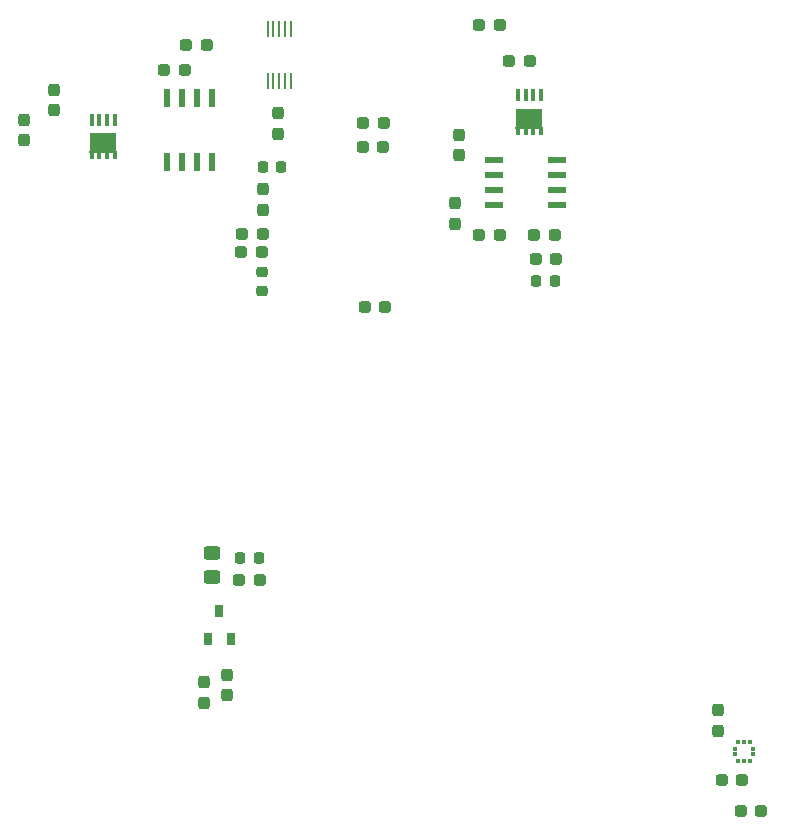
<source format=gtp>
G04 #@! TF.GenerationSoftware,KiCad,Pcbnew,(6.0.7)*
G04 #@! TF.CreationDate,2022-12-18T06:26:48+05:30*
G04 #@! TF.ProjectId,PowerBoard,506f7765-7242-46f6-9172-642e6b696361,rev?*
G04 #@! TF.SameCoordinates,Original*
G04 #@! TF.FileFunction,Paste,Top*
G04 #@! TF.FilePolarity,Positive*
%FSLAX46Y46*%
G04 Gerber Fmt 4.6, Leading zero omitted, Abs format (unit mm)*
G04 Created by KiCad (PCBNEW (6.0.7)) date 2022-12-18 06:26:48*
%MOMM*%
%LPD*%
G01*
G04 APERTURE LIST*
G04 Aperture macros list*
%AMRoundRect*
0 Rectangle with rounded corners*
0 $1 Rounding radius*
0 $2 $3 $4 $5 $6 $7 $8 $9 X,Y pos of 4 corners*
0 Add a 4 corners polygon primitive as box body*
4,1,4,$2,$3,$4,$5,$6,$7,$8,$9,$2,$3,0*
0 Add four circle primitives for the rounded corners*
1,1,$1+$1,$2,$3*
1,1,$1+$1,$4,$5*
1,1,$1+$1,$6,$7*
1,1,$1+$1,$8,$9*
0 Add four rect primitives between the rounded corners*
20,1,$1+$1,$2,$3,$4,$5,0*
20,1,$1+$1,$4,$5,$6,$7,0*
20,1,$1+$1,$6,$7,$8,$9,0*
20,1,$1+$1,$8,$9,$2,$3,0*%
G04 Aperture macros list end*
%ADD10RoundRect,0.237500X-0.237500X0.287500X-0.237500X-0.287500X0.237500X-0.287500X0.237500X0.287500X0*%
%ADD11RoundRect,0.237500X0.287500X0.237500X-0.287500X0.237500X-0.287500X-0.237500X0.287500X-0.237500X0*%
%ADD12RoundRect,0.237500X-0.287500X-0.237500X0.287500X-0.237500X0.287500X0.237500X-0.287500X0.237500X0*%
%ADD13RoundRect,0.237500X0.237500X-0.287500X0.237500X0.287500X-0.237500X0.287500X-0.237500X-0.287500X0*%
%ADD14R,0.700000X1.000000*%
%ADD15RoundRect,0.218750X0.256250X-0.218750X0.256250X0.218750X-0.256250X0.218750X-0.256250X-0.218750X0*%
%ADD16RoundRect,0.218750X-0.218750X-0.256250X0.218750X-0.256250X0.218750X0.256250X-0.218750X0.256250X0*%
%ADD17R,0.600000X1.550000*%
%ADD18R,1.550000X0.600000*%
%ADD19R,0.405000X0.990000*%
%ADD20R,0.405000X0.510000*%
%ADD21R,2.235000X1.725000*%
%ADD22R,0.077000X0.250000*%
%ADD23R,0.350000X0.380000*%
%ADD24R,0.279400X1.333500*%
%ADD25RoundRect,0.250000X0.450000X-0.325000X0.450000X0.325000X-0.450000X0.325000X-0.450000X-0.325000X0*%
%ADD26RoundRect,0.218750X0.218750X0.256250X-0.218750X0.256250X-0.218750X-0.256250X0.218750X-0.256250X0*%
G04 APERTURE END LIST*
D10*
X86360000Y-80405000D03*
X86360000Y-82155000D03*
D11*
X126605000Y-72390000D03*
X124855000Y-72390000D03*
D12*
X104535000Y-119380000D03*
X106285000Y-119380000D03*
D13*
X145064806Y-132139624D03*
X145064806Y-130389624D03*
X103505000Y-129145000D03*
X103505000Y-127395000D03*
D12*
X124855000Y-90170000D03*
X126605000Y-90170000D03*
D13*
X123190000Y-83425000D03*
X123190000Y-81675000D03*
D14*
X101920000Y-124390000D03*
X103820000Y-124390000D03*
X102870000Y-121990000D03*
D15*
X106464100Y-94871640D03*
X106464100Y-93296640D03*
D16*
X106550360Y-84411820D03*
X108125360Y-84411820D03*
D17*
X98425000Y-83980000D03*
X99695000Y-83980000D03*
X100965000Y-83980000D03*
X102235000Y-83980000D03*
X102235000Y-78580000D03*
X100965000Y-78580000D03*
X99695000Y-78580000D03*
X98425000Y-78580000D03*
D18*
X131488160Y-87642700D03*
X131488160Y-86372700D03*
X131488160Y-85102700D03*
X131488160Y-83832700D03*
X126088160Y-83832700D03*
X126088160Y-85102700D03*
X126088160Y-86372700D03*
X126088160Y-87642700D03*
D19*
X130120520Y-78343240D03*
X129460520Y-78343240D03*
X128800520Y-78343240D03*
X128140520Y-78343240D03*
D20*
X128140520Y-81453240D03*
X128800520Y-81453240D03*
X129460520Y-81453240D03*
X130120520Y-81453240D03*
D21*
X129130520Y-80336240D03*
D22*
X127972520Y-81073240D03*
X130284520Y-81073240D03*
D19*
X94032000Y-80404000D03*
X93372000Y-80404000D03*
X92712000Y-80404000D03*
X92052000Y-80404000D03*
D20*
X92052000Y-83514000D03*
X92712000Y-83514000D03*
X93372000Y-83514000D03*
X94032000Y-83514000D03*
D21*
X93042000Y-82397000D03*
D22*
X91884000Y-83134000D03*
X94196000Y-83134000D03*
D23*
X146560406Y-133638444D03*
X146560406Y-134138444D03*
X146825406Y-134653444D03*
X147325406Y-134653444D03*
X147825406Y-134653444D03*
X148090406Y-134138444D03*
X148090406Y-133638444D03*
X147825406Y-133123444D03*
X147325406Y-133123444D03*
X146825406Y-133123444D03*
D24*
X108950001Y-72713850D03*
X108449999Y-72713850D03*
X107950000Y-72713850D03*
X107450001Y-72713850D03*
X106949999Y-72713850D03*
X106949999Y-77146150D03*
X107450001Y-77146150D03*
X107950000Y-77146150D03*
X108449999Y-77146150D03*
X108950001Y-77146150D03*
D25*
X102235000Y-119135000D03*
X102235000Y-117085000D03*
D10*
X106545380Y-86254620D03*
X106545380Y-88004620D03*
D11*
X129145000Y-75417680D03*
X127395000Y-75417680D03*
D13*
X101600000Y-129780000D03*
X101600000Y-128030000D03*
D11*
X131290000Y-90170000D03*
X129540000Y-90170000D03*
D12*
X145388686Y-136339544D03*
X147138686Y-136339544D03*
X104791540Y-90043000D03*
X106541540Y-90043000D03*
D13*
X107810300Y-81606360D03*
X107810300Y-79856360D03*
D11*
X106466580Y-91612720D03*
X104716580Y-91612720D03*
D12*
X129663220Y-92217240D03*
X131413220Y-92217240D03*
D10*
X88900000Y-77865000D03*
X88900000Y-79615000D03*
D26*
X106197500Y-117475000D03*
X104622500Y-117475000D03*
X131262220Y-94043500D03*
X129687220Y-94043500D03*
D10*
X122864880Y-87461120D03*
X122864880Y-89211120D03*
D11*
X116767580Y-82671920D03*
X115017580Y-82671920D03*
X116798060Y-80711040D03*
X115048060Y-80711040D03*
X116930140Y-96278700D03*
X115180140Y-96278700D03*
X148746506Y-138965904D03*
X146996506Y-138965904D03*
X101837460Y-74081640D03*
X100087460Y-74081640D03*
D12*
X98185000Y-76200000D03*
X99935000Y-76200000D03*
M02*

</source>
